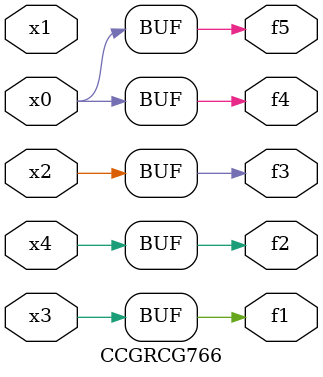
<source format=v>
module CCGRCG766(
	input x0, x1, x2, x3, x4,
	output f1, f2, f3, f4, f5
);
	assign f1 = x3;
	assign f2 = x4;
	assign f3 = x2;
	assign f4 = x0;
	assign f5 = x0;
endmodule

</source>
